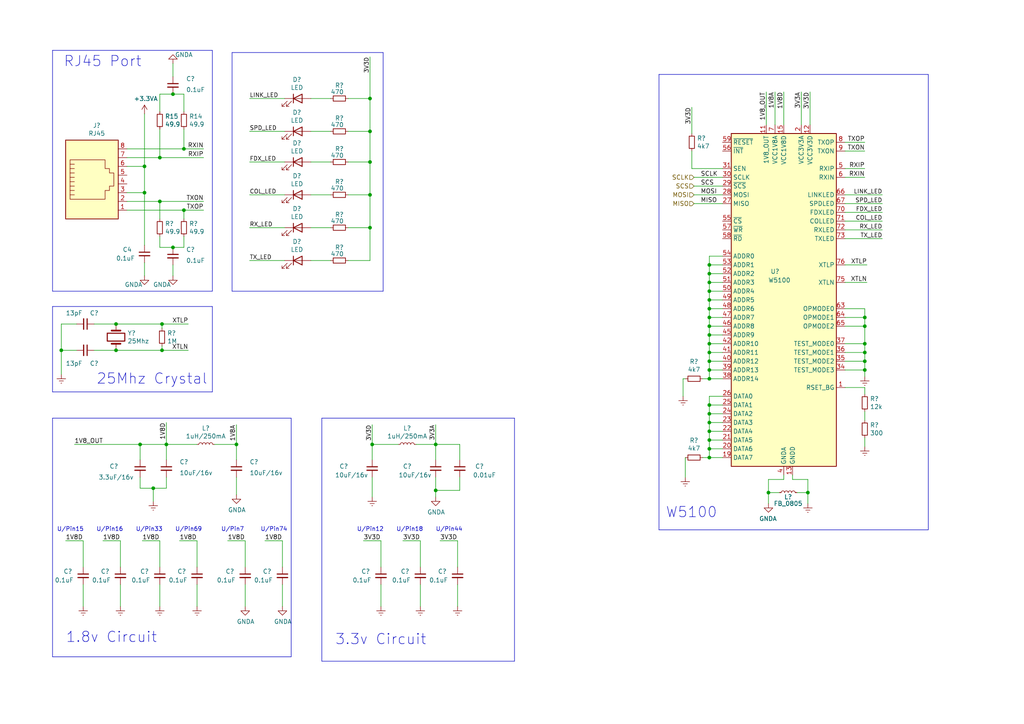
<source format=kicad_sch>
(kicad_sch (version 20230121) (generator eeschema)
  (paper "A4")
  (title_block (title "W5100 Ehternet Controller") (date "2019-04-05") (rev "V 2.1") (comment 1 "@crisap94") (comment 2 "Based on the Schematic provided by Wiznet on the Arduino Ethernet shield."))
  (lib_symbols
    (symbol "Connector:RJ45" (pin_names (offset 1.016))
      (property "Reference" "J" (at -5.08 13.97 0))
      (property "Value" "RJ45" (at 2.54 13.97 0))
      (symbol "RJ45_0_1"
        (polyline (pts (xy -5.08 4.445) (xy -6.35 4.445)))
        (polyline (pts (xy -5.08 5.715) (xy -6.35 5.715)))
        (polyline (pts (xy -6.35 -3.175) (xy -5.08 -3.175) (xy -5.08 -3.175)))
        (polyline (pts (xy -6.35 -1.905) (xy -5.08 -1.905) (xy -5.08 -1.905)))
        (polyline (pts (xy -6.35 -0.635) (xy -5.08 -0.635) (xy -5.08 -0.635)))
        (polyline (pts (xy -6.35 0.635) (xy -5.08 0.635) (xy -5.08 0.635)))
        (polyline (pts (xy -6.35 1.905) (xy -5.08 1.905) (xy -5.08 1.905)))
        (polyline (pts (xy -5.08 3.175) (xy -6.35 3.175) (xy -6.35 3.175)))
        (polyline (pts (xy -6.35 -4.445) (xy -6.35 6.985) (xy 3.81 6.985) (xy 3.81 4.445) (xy 5.08 4.445) (xy 5.08 3.175) (xy 6.35 3.175) (xy 6.35 -0.635) (xy 5.08 -0.635) (xy 5.08 -1.905) (xy 3.81 -1.905) (xy 3.81 -4.445) (xy -6.35 -4.445) (xy -6.35 -4.445)))
        (rectangle (start 7.62 12.7) (end -7.62 -10.16) (stroke (width 0.254)) (fill (type background)))
      )
      (symbol "RJ45_1_1"
        (pin passive line (at 10.16 -7.62 180) (length 2.54) (name "~") (number "1"))
        (pin passive line (at 10.16 -5.08 180) (length 2.54) (name "~") (number "2"))
        (pin passive line (at 10.16 -2.54 180) (length 2.54) (name "~") (number "3"))
        (pin passive line (at 10.16 0 180) (length 2.54) (name "~") (number "4"))
        (pin passive line (at 10.16 2.54 180) (length 2.54) (name "~") (number "5"))
        (pin passive line (at 10.16 5.08 180) (length 2.54) (name "~") (number "6"))
        (pin passive line (at 10.16 7.62 180) (length 2.54) (name "~") (number "7"))
        (pin passive line (at 10.16 10.16 180) (length 2.54) (name "~") (number "8"))
      )
    )
    (symbol "Device:C_Small" (pin_numbers hide) (pin_names (offset 0.254) hide)
      (property "Reference" "C" (at 0.254 1.778 0))
      (property "Value" "C_Small" (at 0.254 -2.032 0))
      (symbol "C_Small_0_1"
        (polyline (pts (xy -1.524 -0.508) (xy 1.524 -0.508)) (stroke (width 0.3302)))
        (polyline (pts (xy -1.524 0.508) (xy 1.524 0.508)) (stroke (width 0.3048)))
      )
      (symbol "C_Small_1_1"
        (pin passive line (at 0 2.54 270) (length 2.032) (name "~") (number "1"))
        (pin passive line (at 0 -2.54 90) (length 2.032) (name "~") (number "2"))
      )
    )
    (symbol "Device:Crystal" (pin_numbers hide) (pin_names (offset 1.016) hide)
      (property "Reference" "Y" (at 0 3.81 0))
      (property "Value" "Crystal" (at 0 -3.81 0))
      (symbol "Crystal_0_1"
        (rectangle (start -1.143 2.54) (end 1.143 -2.54) (stroke (width 0.3048)))
        (polyline (pts (xy -2.54 0) (xy -1.905 0)))
        (polyline (pts (xy -1.905 -1.27) (xy -1.905 1.27)) (stroke (width 0.508)))
        (polyline (pts (xy 1.905 -1.27) (xy 1.905 1.27)) (stroke (width 0.508)))
        (polyline (pts (xy 2.54 0) (xy 1.905 0)))
      )
      (symbol "Crystal_1_1"
        (pin passive line (at -3.81 0 0) (length 1.27) (name "1") (number "1"))
        (pin passive line (at 3.81 0 180) (length 1.27) (name "2") (number "2"))
      )
    )
    (symbol "Device:LED" (pin_numbers hide) (pin_names (offset 1.016) hide)
      (property "Reference" "D" (at 0 2.54 0))
      (property "Value" "LED" (at 0 -2.54 0))
      (symbol "LED_0_1"
        (polyline (pts (xy -1.27 -1.27) (xy -1.27 1.27)) (stroke (width 0.254)))
        (polyline (pts (xy -1.27 0) (xy 1.27 0)))
        (polyline (pts (xy 1.27 -1.27) (xy 1.27 1.27) (xy -1.27 0) (xy 1.27 -1.27)) (stroke (width 0.254)))
        (polyline (pts (xy -3.048 -0.762) (xy -4.572 -2.286) (xy -3.81 -2.286) (xy -4.572 -2.286) (xy -4.572 -1.524)))
        (polyline (pts (xy -1.778 -0.762) (xy -3.302 -2.286) (xy -2.54 -2.286) (xy -3.302 -2.286) (xy -3.302 -1.524)))
      )
      (symbol "LED_1_1"
        (pin passive line (at -3.81 0 0) (length 2.54) (name "K") (number "1"))
        (pin passive line (at 3.81 0 180) (length 2.54) (name "A") (number "2"))
      )
    )
    (symbol "Device:L_Small" (pin_numbers hide) (pin_names (offset 0.254) hide)
      (property "Reference" "L" (at 0.762 1.016 0))
      (property "Value" "L_Small" (at 0.762 -1.016 0))
      (symbol "L_Small_0_1"
        (arc (start 0 -2.032) (mid 0.5058 -1.524) (end 0 -1.016))
        (arc (start 0 -1.016) (mid 0.5058 -0.508) (end 0 0))
        (arc (start 0 0) (mid 0.5058 0.508) (end 0 1.016))
        (arc (start 0 1.016) (mid 0.5058 1.524) (end 0 2.032))
      )
      (symbol "L_Small_1_1"
        (pin passive line (at 0 2.54 270) (length 0.508) (name "~") (number "1"))
        (pin passive line (at 0 -2.54 90) (length 0.508) (name "~") (number "2"))
      )
    )
    (symbol "Device:R_Small" (pin_numbers hide) (pin_names (offset 0.254) hide)
      (property "Reference" "R" (at 0.762 0.508 0))
      (property "Value" "R_Small" (at 0.762 -1.016 0))
      (symbol "R_Small_0_1"
        (rectangle (start -0.762 1.778) (end 0.762 -1.778) (stroke (width 0.2032)))
      )
      (symbol "R_Small_1_1"
        (pin passive line (at 0 2.54 270) (length 0.762) (name "~") (number "1"))
        (pin passive line (at 0 -2.54 90) (length 0.762) (name "~") (number "2"))
      )
    )
    (symbol "Interface_Ethernet:W5100"
      (property "Reference" "U" (at -15.24 49.53 0))
      (property "Value" "W5100" (at 15.24 49.53 0))
      (symbol "W5100_0_1"
        (rectangle (start -15.24 48.26) (end 15.24 -48.26) (stroke (width 0.254)) (fill (type background)))
      )
      (symbol "W5100_1_1"
        (pin output line (at 17.78 -25.4 180) (length 2.54) (name "RSET_BG") (number "1"))
        (pin passive line (at 0 -50.8 90) (length 2.54) hide (name "GNDA") (number "10"))
        (pin power_out line (at -5.08 50.8 270) (length 2.54) (name "1V8_OUT") (number "11"))
        (pin power_in line (at 7.62 50.8 270) (length 2.54) (name "VCC3V3D") (number "12"))
        (pin power_in line (at 2.54 -50.8 90) (length 2.54) (name "GNDD") (number "13"))
        (pin passive line (at 2.54 -50.8 90) (length 2.54) hide (name "GNDD") (number "14"))
        (pin power_in line (at 0 50.8 270) (length 2.54) (name "VCC1V8D") (number "15"))
        (pin passive line (at 0 50.8 270) (length 2.54) hide (name "VCC1V8D") (number "16"))
        (pin passive line (at 2.54 -50.8 90) (length 2.54) hide (name "GNDD") (number "17"))
        (pin passive line (at 7.62 50.8 270) (length 2.54) hide (name "VCC3V3D") (number "18"))
        (pin bidirectional line (at -17.78 -45.72 0) (length 2.54) (name "DATA7") (number "19"))
        (pin power_in line (at 5.08 50.8 270) (length 2.54) (name "VCC3V3A") (number "2"))
        (pin bidirectional line (at -17.78 -43.18 0) (length 2.54) (name "DATA6") (number "20"))
        (pin bidirectional line (at -17.78 -40.64 0) (length 2.54) (name "DATA5") (number "21"))
        (pin bidirectional line (at -17.78 -38.1 0) (length 2.54) (name "DATA4") (number "22"))
        (pin bidirectional line (at -17.78 -35.56 0) (length 2.54) (name "DATA3") (number "23"))
        (pin bidirectional line (at -17.78 -33.02 0) (length 2.54) (name "DATA2") (number "24"))
        (pin bidirectional line (at -17.78 -30.48 0) (length 2.54) (name "DATA1") (number "25"))
        (pin bidirectional line (at -17.78 -27.94 0) (length 2.54) (name "DATA0") (number "26"))
        (pin output line (at -17.78 27.94 0) (length 2.54) (name "MISO") (number "27"))
        (pin input line (at -17.78 30.48 0) (length 2.54) (name "MOSI") (number "28"))
        (pin input line (at -17.78 33.02 0) (length 2.54) (name "~{SCS}") (number "29"))
        (pin no_connect line (at 15.24 -30.48 180) (length 2.54) hide (name "NC") (number "3"))
        (pin input line (at -17.78 35.56 0) (length 2.54) (name "SCLK") (number "30"))
        (pin input line (at -17.78 38.1 0) (length 2.54) (name "SEN") (number "31"))
        (pin passive line (at 2.54 -50.8 90) (length 2.54) hide (name "GNDD") (number "32"))
        (pin passive line (at 0 50.8 270) (length 2.54) hide (name "VCC1V8D") (number "33"))
        (pin input line (at 17.78 -20.32 180) (length 2.54) (name "TEST_MODE3") (number "34"))
        (pin input line (at 17.78 -17.78 180) (length 2.54) (name "TEST_MODE2") (number "35"))
        (pin input line (at 17.78 -15.24 180) (length 2.54) (name "TEST_MODE1") (number "36"))
        (pin input line (at 17.78 -12.7 180) (length 2.54) (name "TEST_MODE0") (number "37"))
        (pin input line (at -17.78 -22.86 0) (length 2.54) (name "ADDR14") (number "38"))
        (pin input line (at -17.78 -20.32 0) (length 2.54) (name "ADDR13") (number "39"))
        (pin power_in line (at 0 -50.8 90) (length 2.54) (name "GNDA") (number "4"))
        (pin input line (at -17.78 -17.78 0) (length 2.54) (name "ADDR12") (number "40"))
        (pin input line (at -17.78 -15.24 0) (length 2.54) (name "ADDR11") (number "41"))
        (pin input line (at -17.78 -12.7 0) (length 2.54) (name "ADDR10") (number "42"))
        (pin passive line (at 2.54 -50.8 90) (length 2.54) hide (name "GNDD") (number "43"))
        (pin passive line (at 7.62 50.8 270) (length 2.54) hide (name "VCC3V3D") (number "44"))
        (pin input line (at -17.78 -10.16 0) (length 2.54) (name "ADDR9") (number "45"))
        (pin input line (at -17.78 -7.62 0) (length 2.54) (name "ADDR8") (number "46"))
        (pin input line (at -17.78 -5.08 0) (length 2.54) (name "ADDR7") (number "47"))
        (pin input line (at -17.78 -2.54 0) (length 2.54) (name "ADDR6") (number "48"))
        (pin input line (at -17.78 0 0) (length 2.54) (name "ADDR5") (number "49"))
        (pin input line (at 17.78 38.1 180) (length 2.54) (name "RXIP") (number "5"))
        (pin input line (at -17.78 2.54 0) (length 2.54) (name "ADDR4") (number "50"))
        (pin input line (at -17.78 5.08 0) (length 2.54) (name "ADDR3") (number "51"))
        (pin input line (at -17.78 7.62 0) (length 2.54) (name "ADDR2") (number "52"))
        (pin input line (at -17.78 10.16 0) (length 2.54) (name "ADDR1") (number "53"))
        (pin input line (at -17.78 12.7 0) (length 2.54) (name "ADDR0") (number "54"))
        (pin input line (at -17.78 22.86 0) (length 2.54) (name "~{CS}") (number "55"))
        (pin output line (at -17.78 43.18 0) (length 2.54) (name "~{INT}") (number "56"))
        (pin input line (at -17.78 20.32 0) (length 2.54) (name "~{WR}") (number "57"))
        (pin input line (at -17.78 17.78 0) (length 2.54) (name "~{RD}") (number "58"))
        (pin input line (at -17.78 45.72 0) (length 2.54) (name "~{RESET}") (number "59"))
        (pin input line (at 17.78 35.56 180) (length 2.54) (name "RXIN") (number "6"))
        (pin no_connect line (at 15.24 -33.02 180) (length 2.54) hide (name "NC") (number "60"))
        (pin no_connect line (at 15.24 -35.56 180) (length 2.54) hide (name "NC") (number "61"))
        (pin no_connect line (at 15.24 -38.1 180) (length 2.54) hide (name "NC") (number "62"))
        (pin input line (at 17.78 -2.54 180) (length 2.54) (name "OPMODE0") (number "63"))
        (pin input line (at 17.78 -5.08 180) (length 2.54) (name "OPMODE1") (number "64"))
        (pin input line (at 17.78 -7.62 180) (length 2.54) (name "OPMODE2") (number "65"))
        (pin output line (at 17.78 30.48 180) (length 2.54) (name "LINKLED") (number "66"))
        (pin output line (at 17.78 27.94 180) (length 2.54) (name "SPDLED") (number "67"))
        (pin passive line (at 2.54 -50.8 90) (length 2.54) hide (name "GNDD") (number "68"))
        (pin passive line (at 0 50.8 270) (length 2.54) hide (name "VCC1V8D") (number "69"))
        (pin power_in line (at -2.54 50.8 270) (length 2.54) (name "VCC1V8A") (number "7"))
        (pin output line (at 17.78 25.4 180) (length 2.54) (name "FDXLED") (number "70"))
        (pin output line (at 17.78 22.86 180) (length 2.54) (name "COLLED") (number "71"))
        (pin output line (at 17.78 20.32 180) (length 2.54) (name "RXLED") (number "72"))
        (pin output line (at 17.78 17.78 180) (length 2.54) (name "TXLED") (number "73"))
        (pin passive line (at -2.54 50.8 270) (length 2.54) hide (name "VCC1V8A") (number "74"))
        (pin input line (at 17.78 5.08 180) (length 2.54) (name "XTLN") (number "75"))
        (pin output line (at 17.78 10.16 180) (length 2.54) (name "XTLP") (number "76"))
        (pin passive line (at 0 -50.8 90) (length 2.54) hide (name "GNDA") (number "77"))
        (pin no_connect line (at 15.24 -40.64 180) (length 2.54) hide (name "NC") (number "78"))
        (pin no_connect line (at 15.24 -43.18 180) (length 2.54) hide (name "NC") (number "79"))
        (pin output line (at 17.78 45.72 180) (length 2.54) (name "TXOP") (number "8"))
        (pin no_connect line (at 15.24 -45.72 180) (length 2.54) hide (name "NC") (number "80"))
        (pin output line (at 17.78 43.18 180) (length 2.54) (name "TXON") (number "9"))
      )
    )
    (symbol "power:+3.3VA" (power) (pin_names (offset 0))
      (property "Value" "+3.3VA" (at 0 3.556 0))
      (symbol "+3.3VA_0_1"
        (polyline (pts (xy -0.762 1.27) (xy 0 2.54)))
        (polyline (pts (xy 0 0) (xy 0 2.54)))
        (polyline (pts (xy 0 2.54) (xy 0.762 1.27)))
      )
      (symbol "+3.3VA_1_1"
        (pin power_in line (at 0 0 90) (length 0) hide (name "+3.3VA") (number "1"))
      )
    )
    (symbol "power:Earth" (power) (pin_names (offset 0))
      (symbol "Earth_0_1"
        (polyline (pts (xy -0.635 -1.905) (xy 0.635 -1.905)))
        (polyline (pts (xy -0.127 -2.54) (xy 0.127 -2.54)))
        (polyline (pts (xy 0 -1.27) (xy 0 0)))
        (polyline (pts (xy 1.27 -1.27) (xy -1.27 -1.27)))
      )
      (symbol "Earth_1_1"
        (pin power_in line (at 0 0 270) (length 0) hide (name "Earth") (number "1"))
      )
    )
    (symbol "power:GNDA" (power) (pin_names (offset 0))
      (property "Value" "GNDA" (at 0 -3.81 0))
      (symbol "GNDA_0_1"
        (polyline (pts (xy 0 0) (xy 0 -1.27) (xy 1.27 -1.27) (xy 0 -2.54) (xy -1.27 -1.27) (xy 0 -1.27)))
      )
      (symbol "GNDA_1_1"
        (pin power_in line (at 0 0 270) (length 0) hide (name "GNDA") (number "1"))
      )
    )
  )
  (junction (at 17.78 101.6))
  (junction (at 41.91 48.26))
  (junction (at 250.825 102.235))
  (junction (at 250.825 99.695))
  (junction (at 33.655 93.98))
  (junction (at 205.74 102.235))
  (junction (at 205.74 122.555))
  (junction (at 205.74 76.835))
  (junction (at 205.74 120.015))
  (junction (at 205.74 107.315))
  (junction (at 46.99 101.6))
  (junction (at 41.91 55.88))
  (junction (at 50.165 27.305))
  (junction (at 205.74 109.855))
  (junction (at 205.74 84.455))
  (junction (at 205.74 97.155))
  (junction (at 205.74 125.095))
  (junction (at 46.355 45.72))
  (junction (at 126.365 128.905))
  (junction (at 48.26 128.905))
  (junction (at 250.825 107.315))
  (junction (at 222.885 142.875))
  (junction (at 205.74 99.695))
  (junction (at 46.355 58.42))
  (junction (at 50.165 71.755))
  (junction (at 107.315 28.575))
  (junction (at 205.74 79.375))
  (junction (at 205.74 86.995))
  (junction (at 205.74 117.475))
  (junction (at 205.74 127.635))
  (junction (at 68.58 128.905))
  (junction (at 205.74 92.075))
  (junction (at 126.365 142.24))
  (junction (at 53.34 60.96))
  (junction (at 205.74 104.775))
  (junction (at 107.95 128.905))
  (junction (at 234.315 142.875))
  (junction (at 250.825 104.775))
  (junction (at 205.74 81.915))
  (junction (at 205.74 89.535))
  (junction (at 40.64 128.905))
  (junction (at 107.315 56.515))
  (junction (at 107.315 66.04))
  (junction (at 44.45 141.605))
  (junction (at 46.99 93.98))
  (junction (at 107.315 46.99))
  (junction (at 53.34 43.18))
  (junction (at 250.825 94.615))
  (junction (at 107.315 38.1))
  (junction (at 205.74 94.615))
  (junction (at 205.74 130.175))
  (junction (at 205.74 132.715))
  (junction (at 33.655 101.6))
  (junction (at 250.825 92.075))
  (wire (pts (xy 250.825 112.395) (xy 250.825 114.3)))
  (wire (pts (xy 250.825 92.075) (xy 250.825 94.615)))
  (wire (pts (xy 36.83 60.96) (xy 53.34 60.96)))
  (wire (pts (xy 205.74 132.715) (xy 203.835 132.715)))
  (wire (pts (xy 95.885 66.04) (xy 90.17 66.04)))
  (wire (pts (xy 205.74 99.695) (xy 205.74 102.235)))
  (wire (pts (xy 250.825 94.615) (xy 250.825 99.695)))
  (wire (pts (xy 100.965 38.1) (xy 107.315 38.1)))
  (wire (pts (xy 205.74 102.235) (xy 205.74 104.775)))
  (wire (pts (xy 250.825 99.695) (xy 250.825 102.235)))
  (wire (pts (xy 82.55 38.1) (xy 72.39 38.1)))
  (wire (pts (xy 205.74 81.915) (xy 205.74 84.455)))
  (polyline (pts (xy 15.24 84.455) (xy 15.24 14.605)))
  (wire (pts (xy 209.55 59.055) (xy 201.295 59.055)))
  (wire (pts (xy 40.64 141.605) (xy 44.45 141.605)))
  (wire (pts (xy 48.26 141.605) (xy 48.26 138.43)))
  (wire (pts (xy 82.55 66.04) (xy 72.39 66.04)))
  (wire (pts (xy 95.885 38.1) (xy 90.17 38.1)))
  (wire (pts (xy 209.55 79.375) (xy 205.74 79.375)))
  (wire (pts (xy 200.66 43.815) (xy 200.66 48.895)))
  (wire (pts (xy 222.25 26.67) (xy 222.25 36.195)))
  (wire (pts (xy 53.34 27.305) (xy 53.34 32.385)))
  (wire (pts (xy 46.99 93.98) (xy 54.61 93.98)))
  (wire (pts (xy 209.55 117.475) (xy 205.74 117.475)))
  (wire (pts (xy 132.715 164.465) (xy 132.715 156.845)))
  (polyline (pts (xy 111.125 84.455) (xy 111.125 15.24)))
  (wire (pts (xy 19.05 156.845) (xy 24.13 156.845)))
  (wire (pts (xy 100.965 46.99) (xy 107.315 46.99)))
  (wire (pts (xy 46.355 58.42) (xy 59.055 58.42)))
  (polyline (pts (xy 15.24 190.5) (xy 15.24 121.285)))
  (wire (pts (xy 24.13 164.465) (xy 24.13 156.845)))
  (wire (pts (xy 126.365 128.905) (xy 126.365 133.35)))
  (wire (pts (xy 36.83 58.42) (xy 46.355 58.42)))
  (polyline (pts (xy 149.225 121.285) (xy 93.345 121.285)))
  (wire (pts (xy 71.12 164.465) (xy 71.12 156.845)))
  (wire (pts (xy 245.11 61.595) (xy 255.905 61.595)))
  (wire (pts (xy 121.92 164.465) (xy 121.92 156.845)))
  (wire (pts (xy 250.825 112.395) (xy 245.11 112.395)))
  (wire (pts (xy 205.74 109.855) (xy 203.835 109.855)))
  (wire (pts (xy 57.15 169.545) (xy 57.15 175.895)))
  (wire (pts (xy 50.165 71.755) (xy 46.355 71.755)))
  (wire (pts (xy 209.55 74.295) (xy 205.74 74.295)))
  (wire (pts (xy 41.91 76.2) (xy 41.91 80.01)))
  (wire (pts (xy 44.45 141.605) (xy 48.26 141.605)))
  (polyline (pts (xy 191.135 153.67) (xy 191.135 21.59)))
  (wire (pts (xy 126.365 142.24) (xy 126.365 144.145)))
  (wire (pts (xy 227.33 139.065) (xy 222.885 139.065)))
  (wire (pts (xy 48.26 128.905) (xy 57.15 128.905)))
  (wire (pts (xy 105.41 156.845) (xy 110.49 156.845)))
  (wire (pts (xy 36.83 43.18) (xy 53.34 43.18)))
  (wire (pts (xy 40.64 133.35) (xy 40.64 128.905)))
  (wire (pts (xy 22.225 93.98) (xy 17.78 93.98)))
  (wire (pts (xy 245.11 51.435) (xy 250.825 51.435)))
  (wire (pts (xy 107.315 66.04) (xy 107.315 75.565)))
  (wire (pts (xy 133.35 138.43) (xy 133.35 142.24)))
  (wire (pts (xy 209.55 120.015) (xy 205.74 120.015)))
  (wire (pts (xy 245.11 64.135) (xy 255.905 64.135)))
  (wire (pts (xy 205.74 117.475) (xy 205.74 120.015)))
  (wire (pts (xy 107.95 133.35) (xy 107.95 128.905)))
  (wire (pts (xy 29.845 156.845) (xy 34.925 156.845)))
  (polyline (pts (xy 15.24 121.285) (xy 84.455 121.285)))
  (wire (pts (xy 250.825 127) (xy 250.825 129.54)))
  (wire (pts (xy 46.99 100.33) (xy 46.99 101.6)))
  (wire (pts (xy 133.35 133.35) (xy 133.35 128.905)))
  (wire (pts (xy 17.78 93.98) (xy 17.78 101.6)))
  (wire (pts (xy 90.17 28.575) (xy 95.885 28.575)))
  (wire (pts (xy 50.165 76.835) (xy 50.165 80.01)))
  (wire (pts (xy 133.35 128.905) (xy 126.365 128.905)))
  (polyline (pts (xy 67.31 84.455) (xy 111.125 84.455)))
  (wire (pts (xy 209.55 94.615) (xy 205.74 94.615)))
  (wire (pts (xy 209.55 99.695) (xy 205.74 99.695)))
  (wire (pts (xy 222.885 146.05) (xy 222.885 142.875)))
  (wire (pts (xy 205.74 97.155) (xy 205.74 99.695)))
  (wire (pts (xy 107.315 46.99) (xy 107.315 56.515)))
  (wire (pts (xy 209.55 114.935) (xy 205.74 114.935)))
  (wire (pts (xy 205.74 104.775) (xy 205.74 107.315)))
  (wire (pts (xy 90.17 46.99) (xy 95.885 46.99)))
  (wire (pts (xy 209.55 92.075) (xy 205.74 92.075)))
  (wire (pts (xy 205.74 92.075) (xy 205.74 94.615)))
  (wire (pts (xy 132.715 169.545) (xy 132.715 175.895)))
  (wire (pts (xy 209.55 122.555) (xy 205.74 122.555)))
  (wire (pts (xy 34.925 164.465) (xy 34.925 156.845)))
  (wire (pts (xy 46.355 32.385) (xy 46.355 27.305)))
  (polyline (pts (xy 269.24 153.67) (xy 191.135 153.67)))
  (wire (pts (xy 40.64 138.43) (xy 40.64 141.605)))
  (wire (pts (xy 205.74 94.615) (xy 205.74 97.155)))
  (wire (pts (xy 46.355 45.72) (xy 46.355 37.465)))
  (wire (pts (xy 250.825 107.315) (xy 250.825 109.22)))
  (wire (pts (xy 205.74 74.295) (xy 205.74 76.835)))
  (wire (pts (xy 53.34 43.18) (xy 53.34 37.465)))
  (wire (pts (xy 116.84 156.845) (xy 121.92 156.845)))
  (wire (pts (xy 71.12 169.545) (xy 71.12 175.895)))
  (wire (pts (xy 245.11 56.515) (xy 255.905 56.515)))
  (wire (pts (xy 205.74 109.855) (xy 209.55 109.855)))
  (wire (pts (xy 209.55 84.455) (xy 205.74 84.455)))
  (wire (pts (xy 57.15 164.465) (xy 57.15 156.845)))
  (wire (pts (xy 24.13 169.545) (xy 24.13 175.895)))
  (wire (pts (xy 41.91 33.02) (xy 41.91 48.26)))
  (polyline (pts (xy 61.595 84.455) (xy 15.24 84.455)))
  (wire (pts (xy 205.74 120.015) (xy 205.74 122.555)))
  (wire (pts (xy 66.04 156.845) (xy 71.12 156.845)))
  (wire (pts (xy 41.91 55.88) (xy 41.91 71.12)))
  (wire (pts (xy 209.55 127.635) (xy 205.74 127.635)))
  (wire (pts (xy 34.925 169.545) (xy 34.925 175.895)))
  (wire (pts (xy 200.66 38.735) (xy 200.66 31.115)))
  (polyline (pts (xy 111.125 15.24) (xy 67.31 15.24)))
  (wire (pts (xy 107.315 28.575) (xy 107.315 16.51)))
  (wire (pts (xy 245.11 59.055) (xy 255.905 59.055)))
  (wire (pts (xy 232.41 36.195) (xy 232.41 26.67)))
  (wire (pts (xy 234.95 36.195) (xy 234.95 26.67)))
  (wire (pts (xy 110.49 164.465) (xy 110.49 156.845)))
  (wire (pts (xy 53.34 43.18) (xy 59.055 43.18)))
  (wire (pts (xy 41.275 156.845) (xy 46.355 156.845)))
  (polyline (pts (xy 15.24 14.605) (xy 61.595 14.605)))
  (wire (pts (xy 209.55 130.175) (xy 205.74 130.175)))
  (wire (pts (xy 107.315 75.565) (xy 100.965 75.565)))
  (wire (pts (xy 81.915 169.545) (xy 81.915 175.895)))
  (wire (pts (xy 229.87 139.065) (xy 234.315 139.065)))
  (wire (pts (xy 82.55 75.565) (xy 72.39 75.565)))
  (wire (pts (xy 27.305 93.98) (xy 33.655 93.98)))
  (wire (pts (xy 46.99 93.98) (xy 33.655 93.98)))
  (wire (pts (xy 205.74 130.175) (xy 205.74 132.715)))
  (polyline (pts (xy 269.24 21.59) (xy 269.24 153.67)))
  (wire (pts (xy 95.885 56.515) (xy 90.17 56.515)))
  (wire (pts (xy 21.59 128.905) (xy 40.64 128.905)))
  (wire (pts (xy 205.74 76.835) (xy 205.74 79.375)))
  (wire (pts (xy 41.91 48.26) (xy 41.91 55.88)))
  (wire (pts (xy 100.965 66.04) (xy 107.315 66.04)))
  (wire (pts (xy 227.33 137.795) (xy 227.33 139.065)))
  (wire (pts (xy 82.55 56.515) (xy 72.39 56.515)))
  (wire (pts (xy 82.55 28.575) (xy 72.39 28.575)))
  (wire (pts (xy 224.79 36.195) (xy 224.79 26.67)))
  (wire (pts (xy 68.58 138.43) (xy 68.58 143.51)))
  (wire (pts (xy 76.835 156.845) (xy 81.915 156.845)))
  (wire (pts (xy 250.825 89.535) (xy 250.825 92.075)))
  (wire (pts (xy 200.66 48.895) (xy 209.55 48.895)))
  (wire (pts (xy 250.825 102.235) (xy 250.825 104.775)))
  (wire (pts (xy 205.74 79.375) (xy 205.74 81.915)))
  (wire (pts (xy 245.11 69.215) (xy 255.905 69.215)))
  (wire (pts (xy 127.635 156.845) (xy 132.715 156.845)))
  (wire (pts (xy 46.355 71.755) (xy 46.355 68.58)))
  (wire (pts (xy 234.315 139.065) (xy 234.315 142.875)))
  (wire (pts (xy 81.915 164.465) (xy 81.915 156.845)))
  (wire (pts (xy 198.12 114.935) (xy 198.12 109.855)))
  (wire (pts (xy 53.34 60.96) (xy 53.34 63.5)))
  (wire (pts (xy 107.315 56.515) (xy 107.315 66.04)))
  (wire (pts (xy 36.83 48.26) (xy 41.91 48.26)))
  (wire (pts (xy 36.83 45.72) (xy 46.355 45.72)))
  (wire (pts (xy 107.315 38.1) (xy 107.315 46.99)))
  (wire (pts (xy 205.74 89.535) (xy 205.74 92.075)))
  (wire (pts (xy 17.78 101.6) (xy 17.78 108.585)))
  (wire (pts (xy 209.55 97.155) (xy 205.74 97.155)))
  (wire (pts (xy 245.11 81.915) (xy 251.46 81.915)))
  (wire (pts (xy 121.92 169.545) (xy 121.92 175.895)))
  (wire (pts (xy 209.55 76.835) (xy 205.74 76.835)))
  (wire (pts (xy 205.74 114.935) (xy 205.74 117.475)))
  (wire (pts (xy 245.11 99.695) (xy 250.825 99.695)))
  (wire (pts (xy 227.33 36.195) (xy 227.33 26.67)))
  (wire (pts (xy 209.55 53.975) (xy 201.295 53.975)))
  (wire (pts (xy 245.11 104.775) (xy 250.825 104.775)))
  (wire (pts (xy 205.74 122.555) (xy 205.74 125.095)))
  (wire (pts (xy 53.34 60.96) (xy 59.055 60.96)))
  (wire (pts (xy 46.355 45.72) (xy 59.055 45.72)))
  (wire (pts (xy 234.315 142.875) (xy 231.14 142.875)))
  (wire (pts (xy 36.83 55.88) (xy 41.91 55.88)))
  (polyline (pts (xy 149.225 191.77) (xy 149.225 121.285)))
  (wire (pts (xy 107.95 128.905) (xy 115.57 128.905)))
  (wire (pts (xy 209.55 125.095) (xy 205.74 125.095)))
  (wire (pts (xy 120.65 128.905) (xy 126.365 128.905)))
  (polyline (pts (xy 61.595 88.9) (xy 61.595 113.665)))
  (wire (pts (xy 46.355 58.42) (xy 46.355 63.5)))
  (wire (pts (xy 250.825 104.775) (xy 250.825 107.315)))
  (wire (pts (xy 245.11 94.615) (xy 250.825 94.615)))
  (wire (pts (xy 245.11 89.535) (xy 250.825 89.535)))
  (polyline (pts (xy 84.455 121.285) (xy 84.455 190.5)))
  (wire (pts (xy 90.17 75.565) (xy 95.885 75.565)))
  (polyline (pts (xy 15.24 88.9) (xy 61.595 88.9)))
  (wire (pts (xy 209.55 89.535) (xy 205.74 89.535)))
  (wire (pts (xy 53.34 71.755) (xy 53.34 68.58)))
  (wire (pts (xy 46.355 164.465) (xy 46.355 156.845)))
  (polyline (pts (xy 93.345 191.77) (xy 149.225 191.77)))
  (polyline (pts (xy 84.455 190.5) (xy 15.24 190.5)))
  (wire (pts (xy 107.315 28.575) (xy 107.315 38.1)))
  (wire (pts (xy 205.74 84.455) (xy 205.74 86.995)))
  (polyline (pts (xy 191.135 21.59) (xy 269.24 21.59)))
  (wire (pts (xy 62.23 128.905) (xy 68.58 128.905)))
  (polyline (pts (xy 15.24 113.665) (xy 15.24 88.9)))
  (wire (pts (xy 68.58 128.905) (xy 68.58 133.35)))
  (wire (pts (xy 82.55 46.99) (xy 72.39 46.99)))
  (wire (pts (xy 209.55 81.915) (xy 205.74 81.915)))
  (wire (pts (xy 209.55 107.315) (xy 205.74 107.315)))
  (wire (pts (xy 107.95 138.43) (xy 107.95 144.145)))
  (wire (pts (xy 46.99 95.25) (xy 46.99 93.98)))
  (wire (pts (xy 126.365 138.43) (xy 126.365 142.24)))
  (wire (pts (xy 229.87 137.795) (xy 229.87 139.065)))
  (wire (pts (xy 209.55 51.435) (xy 201.295 51.435)))
  (wire (pts (xy 198.755 132.715) (xy 198.755 138.43)))
  (wire (pts (xy 205.74 86.995) (xy 205.74 89.535)))
  (wire (pts (xy 52.07 156.845) (xy 57.15 156.845)))
  (wire (pts (xy 50.165 22.225) (xy 50.165 18.415)))
  (wire (pts (xy 245.11 92.075) (xy 250.825 92.075)))
  (wire (pts (xy 46.99 101.6) (xy 33.655 101.6)))
  (wire (pts (xy 110.49 169.545) (xy 110.49 175.895)))
  (wire (pts (xy 33.655 101.6) (xy 27.305 101.6)))
  (wire (pts (xy 44.45 145.415) (xy 44.45 141.605)))
  (wire (pts (xy 48.26 128.905) (xy 48.26 122.555)))
  (wire (pts (xy 198.12 109.855) (xy 198.755 109.855)))
  (polyline (pts (xy 61.595 14.605) (xy 61.595 84.455)))
  (wire (pts (xy 48.26 128.905) (xy 48.26 133.35)))
  (wire (pts (xy 222.885 139.065) (xy 222.885 142.875)))
  (wire (pts (xy 22.225 101.6) (xy 17.78 101.6)))
  (wire (pts (xy 209.55 104.775) (xy 205.74 104.775)))
  (wire (pts (xy 50.165 71.755) (xy 53.34 71.755)))
  (wire (pts (xy 245.11 66.675) (xy 255.905 66.675)))
  (polyline (pts (xy 67.31 15.24) (xy 67.31 84.455)))
  (wire (pts (xy 245.11 76.835) (xy 251.46 76.835)))
  (wire (pts (xy 250.825 119.38) (xy 250.825 121.92)))
  (wire (pts (xy 245.11 43.815) (xy 250.825 43.815)))
  (wire (pts (xy 46.99 101.6) (xy 54.61 101.6)))
  (wire (pts (xy 234.315 146.05) (xy 234.315 142.875)))
  (wire (pts (xy 68.58 123.19) (xy 68.58 128.905)))
  (wire (pts (xy 222.885 142.875) (xy 226.06 142.875)))
  (wire (pts (xy 205.74 127.635) (xy 205.74 130.175)))
  (wire (pts (xy 46.355 27.305) (xy 50.165 27.305)))
  (polyline (pts (xy 61.595 113.665) (xy 15.24 113.665)))
  (polyline (pts (xy 93.345 121.285) (xy 93.345 191.77)))
  (wire (pts (xy 126.365 128.905) (xy 126.365 123.19)))
  (wire (pts (xy 245.11 41.275) (xy 250.825 41.275)))
  (wire (pts (xy 40.64 128.905) (xy 48.26 128.905)))
  (wire (pts (xy 209.55 86.995) (xy 205.74 86.995)))
  (wire (pts (xy 245.11 107.315) (xy 250.825 107.315)))
  (wire (pts (xy 205.74 125.095) (xy 205.74 127.635)))
  (wire (pts (xy 46.355 169.545) (xy 46.355 175.895)))
  (wire (pts (xy 100.965 56.515) (xy 107.315 56.515)))
  (wire (pts (xy 205.74 132.715) (xy 209.55 132.715)))
  (wire (pts (xy 100.965 28.575) (xy 107.315 28.575)))
  (wire (pts (xy 245.11 48.895) (xy 250.825 48.895)))
  (wire (pts (xy 209.55 56.515) (xy 201.295 56.515)))
  (wire (pts (xy 107.95 128.905) (xy 107.95 123.19)))
  (wire (pts (xy 245.11 102.235) (xy 250.825 102.235)))
  (wire (pts (xy 209.55 102.235) (xy 205.74 102.235)))
  (wire (pts (xy 205.74 107.315) (xy 205.74 109.855)))
  (wire (pts (xy 133.35 142.24) (xy 126.365 142.24)))
  (wire (pts (xy 50.165 27.305) (xy 53.34 27.305)))
  (text "RJ45 Port\n" (at 18.415 19.685 0) (effects (font (size 2.9972 2.9972)) (justify left bottom)))
  (text "U/Pin18" (at 114.935 154.305 0) (effects (font (size 1.1938 1.1938)) (justify left bottom)))
  (text "U/Pin74" (at 75.565 154.305 0) (effects (font (size 1.1938 1.1938)) (justify left bottom)))
  (text "1.8v Circuit" (at 19.05 186.69 0) (effects (font (size 2.9972 2.9972)) (justify left bottom)))
  (text "3.3v Circuit" (at 97.155 187.325 0) (effects (font (size 2.9972 2.9972)) (justify left bottom)))
  (text "U/Pin44\n" (at 126.365 154.305 0) (effects (font (size 1.1938 1.1938)) (justify left bottom)))
  (text "U/Pin69" (at 50.8 154.305 0) (effects (font (size 1.1938 1.1938)) (justify left bottom)))
  (text "W5100" (at 193.04 150.495 0) (effects (font (size 2.9972 2.9972)) (justify left bottom)))
  (text "U/Pin7" (at 64.135 154.305 0) (effects (font (size 1.1938 1.1938)) (justify left bottom)))
  (text "U/Pin16" (at 27.94 154.305 0) (effects (font (size 1.1938 1.1938)) (justify left bottom)))
  (text "U/Pin33" (at 39.37 154.305 0) (effects (font (size 1.1938 1.1938)) (justify left bottom)))
  (text "25Mhz Crystal\n" (at 27.94 111.76 0) (effects (font (size 2.9972 2.9972)) (justify left bottom)))
  (text "U/Pin15" (at 16.51 154.305 0) (effects (font (size 1.1938 1.1938)) (justify left bottom)))
  (text "U/Pin12\n" (at 103.505 154.305 0) (effects (font (size 1.1938 1.1938)) (justify left bottom)))
  (label "TXON" (at 250.825 43.815 180))
  (label "3V3D" (at 200.66 31.115 270))
  (label "3V3D" (at 234.95 26.67 270))
  (label "LINK_LED" (at 72.39 28.575 0) (effects (font (size 1.1938 1.1938))))
  (label "1V8_OUT" (at 21.59 128.905 0))
  (label "1V8D" (at 29.845 156.845 0))
  (label "SPD_LED" (at 255.905 59.055 180) (effects (font (size 1.1938 1.1938))))
  (label "1V8D" (at 76.835 156.845 0))
  (label "TXOP" (at 59.055 60.96 180))
  (label "MISO" (at 203.2 59.055 0))
  (label "RX_LED" (at 255.905 66.675 180) (effects (font (size 1.1938 1.1938))))
  (label "TXON" (at 59.055 58.42 180))
  (label "TXOP" (at 250.825 41.275 180))
  (label "FDX_LED" (at 72.39 46.99 0) (effects (font (size 1.1938 1.1938))))
  (label "1V8D" (at 41.275 156.845 0))
  (label "3V3D" (at 107.95 123.19 270) (effects (font (size 1.1938 1.1938))))
  (label "RXIP" (at 250.825 48.895 180))
  (label "1V8A" (at 224.79 26.67 270))
  (label "1V8D" (at 227.33 26.67 270))
  (label "RXIN" (at 59.055 43.18 180))
  (label "FDX_LED" (at 255.905 61.595 180) (effects (font (size 1.1938 1.1938))))
  (label "SCLK" (at 203.2 51.435 0))
  (label "RX_LED" (at 72.39 66.04 0) (effects (font (size 1.1938 1.1938))))
  (label "XTLP" (at 251.46 76.835 180))
  (label "RXIN" (at 250.825 51.435 180))
  (label "3V3D" (at 105.41 156.845 0))
  (label "1V8D" (at 66.04 156.845 0))
  (label "MOSI" (at 203.2 56.515 0))
  (label "LINK_LED" (at 255.905 56.515 180) (effects (font (size 1.1938 1.1938))))
  (label "RXIP" (at 59.055 45.72 180))
  (label "SPD_LED" (at 72.39 38.1 0) (effects (font (size 1.1938 1.1938))))
  (label "SCS" (at 203.2 53.975 0))
  (label "3V3D" (at 116.84 156.845 0))
  (label "TX_LED" (at 72.39 75.565 0) (effects (font (size 1.1938 1.1938))))
  (label "XTLN" (at 54.61 101.6 180))
  (label "3V3D" (at 107.315 16.51 270) (effects (font (size 1.1938 1.1938))))
  (label "XTLP" (at 54.61 93.98 180))
  (label "TX_LED" (at 255.905 69.215 180) (effects (font (size 1.1938 1.1938))))
  (label "1V8_OUT" (at 222.25 26.67 270))
  (label "1V8A" (at 68.58 123.19 270))
  (label "1V8D" (at 52.07 156.845 0))
  (label "XTLN" (at 251.46 81.915 180))
  (label "3V3D" (at 127.635 156.845 0))
  (label "COL_LED" (at 255.905 64.135 180) (effects (font (size 1.1938 1.1938))))
  (label "3V3A" (at 126.365 123.19 270) (effects (font (size 1.1938 1.1938))))
  (label "3V3A" (at 232.41 26.67 270))
  (label "1V8D" (at 19.05 156.845 0))
  (label "COL_LED" (at 72.39 56.515 0) (effects (font (size 1.1938 1.1938))))
  (label "1V8D" (at 48.26 122.555 270))
  (hierarchical_label "MISO" (shape input) (at 201.295 59.055 180))
  (hierarchical_label "SCLK" (shape input) (at 201.295 51.435 180))
  (hierarchical_label "SCS" (shape input) (at 201.295 53.975 180))
  (hierarchical_label "MOSI" (shape input) (at 201.295 56.515 180))
  (symbol (lib_id "Interface_Ethernet:W5100") (at 227.33 86.995 0) (unit 1)
    (property "Reference" "U?" (at 224.79 78.74 0))
    (property "Value" "W5100" (at 226.06 81.28 0))
    (property "Footprint" "Package_QFP:LQFP-80_10x10mm_P0.4mm" (effects hide))
    (property "Datasheet" "http://www.wiznet.io/wp-content/uploads/wiznethome/Chip/W5100/Document/W5100_Datasheet_v1.2.7.pdf" (effects hide))
  )
  (symbol (lib_id "power:Earth") (at 198.755 138.43 0) (unit 1)
    (property "Reference" "#PWR?" (effects hide))
    (property "Value" "Earth" (effects hide))
  )
  (symbol (lib_id "Connector:RJ45") (at 26.67 53.34 0) (unit 1)
    (property "Reference" "J?" (at 28.067 36.3982 0))
    (property "Value" "RJ45" (at 28.067 38.7096 0))
  )
  (symbol (lib_id "Device:C_Small") (at 24.13 167.005 0) (unit 1)
    (property "Reference" "C?" (at 18.415 165.735 0) (effects (justify left)))
    (property "Value" "0.1uF" (at 15.875 168.275 0) (effects (justify left)))
  )
  (symbol (lib_id "Device:C_Small") (at 41.91 73.66 0) (unit 1)
    (property "Reference" "C4" (at 35.56 72.39 0) (effects (justify left)))
    (property "Value" "0.1uF" (at 33.655 74.93 0) (effects (justify left)))
  )
  (symbol (lib_id "power:+3.3VA") (at 41.91 33.02 0) (unit 1)
    (property "Reference" "#PWR?" (effects hide))
    (property "Value" "+3.3VA" (at 42.291 28.6258 0))
  )
  (symbol (lib_id "power:Earth") (at 24.13 175.895 0) (unit 1)
    (property "Reference" "#PWR?" (effects hide))
    (property "Value" "Earth" (effects hide))
  )
  (symbol (lib_id "Device:C_Small") (at 34.925 167.005 0) (unit 1)
    (property "Reference" "C?" (at 29.21 165.735 0) (effects (justify left)))
    (property "Value" "0.1uF" (at 26.67 168.275 0) (effects (justify left)))
  )
  (symbol (lib_id "power:Earth") (at 34.925 175.895 0) (unit 1)
    (property "Reference" "#PWR?" (effects hide))
    (property "Value" "Earth" (effects hide))
  )
  (symbol (lib_id "Device:R_Small") (at 46.355 34.925 0) (unit 1)
    (property "Reference" "R15" (at 47.8536 33.7566 0) (effects (justify left)))
    (property "Value" "49.9" (at 47.8536 36.068 0) (effects (justify left)))
  )
  (symbol (lib_id "Device:R_Small") (at 53.34 34.925 0) (unit 1)
    (property "Reference" "R14" (at 54.8386 33.7566 0) (effects (justify left)))
    (property "Value" "49.9" (at 54.8386 36.068 0) (effects (justify left)))
  )
  (symbol (lib_id "Device:R_Small") (at 46.355 66.04 0) (unit 1)
    (property "Reference" "R?" (at 47.8536 64.8716 0) (effects (justify left)))
    (property "Value" "49.9" (at 47.8536 67.183 0) (effects (justify left)))
  )
  (symbol (lib_id "Device:R_Small") (at 53.34 66.04 0) (unit 1)
    (property "Reference" "R?" (at 54.8386 64.8716 0) (effects (justify left)))
    (property "Value" "49.9" (at 54.8386 67.183 0) (effects (justify left)))
  )
  (symbol (lib_id "Device:C_Small") (at 46.355 167.005 0) (unit 1)
    (property "Reference" "C?" (at 40.64 165.735 0) (effects (justify left)))
    (property "Value" "0.1uF" (at 38.1 168.275 0) (effects (justify left)))
  )
  (symbol (lib_id "power:Earth") (at 46.355 175.895 0) (unit 1)
    (property "Reference" "#PWR?" (effects hide))
    (property "Value" "Earth" (effects hide))
  )
  (symbol (lib_id "Device:C_Small") (at 57.15 167.005 0) (unit 1)
    (property "Reference" "C?" (at 51.435 165.735 0) (effects (justify left)))
    (property "Value" "0.1uF" (at 48.895 168.275 0) (effects (justify left)))
  )
  (symbol (lib_id "power:Earth") (at 57.15 175.895 0) (unit 1)
    (property "Reference" "#PWR?" (effects hide))
    (property "Value" "Earth" (effects hide))
  )
  (symbol (lib_id "Device:C_Small") (at 50.165 74.295 0) (unit 1)
    (property "Reference" "C?" (at 53.975 72.39 0) (effects (justify left)))
    (property "Value" "0.1uF" (at 53.975 75.565 0) (effects (justify left)))
  )
  (symbol (lib_id "Device:C_Small") (at 50.165 24.765 0) (unit 1)
    (property "Reference" "C?" (at 53.975 22.86 0) (effects (justify left)))
    (property "Value" "0.1uF" (at 53.975 26.035 0) (effects (justify left)))
  )
  (symbol (lib_id "Device:Crystal") (at 33.655 97.79 270) (unit 1)
    (property "Reference" "Y?" (at 36.9824 96.6216 90) (effects (justify left)))
    (property "Value" "25Mhz" (at 36.9824 98.933 90) (effects (justify left)))
  )
  (symbol (lib_id "Device:C_Small") (at 24.765 93.98 270) (unit 1)
    (property "Reference" "C?" (at 26.035 90.805 90) (effects (justify left)))
    (property "Value" "13pF" (at 19.05 90.805 90) (effects (justify left)))
  )
  (symbol (lib_id "Device:C_Small") (at 24.765 101.6 270) (unit 1)
    (property "Reference" "C?" (at 26.035 105.41 90) (effects (justify left)))
    (property "Value" "13pF" (at 19.05 105.41 90) (effects (justify left)))
  )
  (symbol (lib_id "Device:R_Small") (at 46.99 97.79 0) (unit 1)
    (property "Reference" "R?" (at 48.4886 96.6216 0) (effects (justify left)))
    (property "Value" "1M" (at 48.4886 98.933 0) (effects (justify left)))
  )
  (symbol (lib_id "Device:C_Small") (at 71.12 167.005 0) (unit 1)
    (property "Reference" "C?" (at 65.405 165.735 0) (effects (justify left)))
    (property "Value" "0.1uF" (at 62.865 168.275 0) (effects (justify left)))
  )
  (symbol (lib_id "Device:C_Small") (at 81.915 167.005 0) (unit 1)
    (property "Reference" "C?" (at 76.2 165.735 0) (effects (justify left)))
    (property "Value" "0.1uF" (at 73.66 168.275 0) (effects (justify left)))
  )
  (symbol (lib_id "power:Earth") (at 17.78 108.585 0) (unit 1)
    (property "Reference" "#PWR?" (effects hide))
    (property "Value" "Earth" (effects hide))
  )
  (symbol (lib_id "Device:L_Small") (at 228.6 142.875 270) (mirror x) (unit 1)
    (property "Reference" "L?" (at 228.6 144.145 90))
    (property "Value" "FB_0805" (at 228.6 146.05 90))
  )
  (symbol (lib_id "power:Earth") (at 234.315 146.05 0) (mirror y) (unit 1)
    (property "Reference" "#PWR?" (effects hide))
    (property "Value" "Earth" (effects hide))
  )
  (symbol (lib_id "power:GNDA") (at 222.885 146.05 0) (mirror y) (unit 1)
    (property "Reference" "#PWR?" (effects hide))
    (property "Value" "GNDA" (at 222.758 150.4442 0))
  )
  (symbol (lib_id "power:Earth") (at 250.825 109.22 0) (unit 1)
    (property "Reference" "#PWR?" (effects hide))
    (property "Value" "Earth" (effects hide))
  )
  (symbol (lib_id "Device:R_Small") (at 250.825 116.84 0) (unit 1)
    (property "Reference" "R?" (at 252.3236 115.6716 0) (effects (justify left)))
    (property "Value" "12k" (at 252.3236 117.983 0) (effects (justify left)))
  )
  (symbol (lib_id "Device:R_Small") (at 250.825 124.46 0) (unit 1)
    (property "Reference" "R?" (at 252.3236 123.2916 0) (effects (justify left)))
    (property "Value" "300" (at 252.3236 125.603 0) (effects (justify left)))
  )
  (symbol (lib_id "power:Earth") (at 250.825 129.54 0) (unit 1)
    (property "Reference" "#PWR?" (effects hide))
    (property "Value" "Earth" (effects hide))
  )
  (symbol (lib_id "power:GNDA") (at 41.91 80.01 0) (unit 1)
    (property "Reference" "#PWR?" (effects hide))
    (property "Value" "GNDA" (at 38.735 82.55 0))
  )
  (symbol (lib_id "power:GNDA") (at 50.165 80.01 0) (unit 1)
    (property "Reference" "#PWR?" (effects hide))
    (property "Value" "GNDA" (at 46.99 82.55 0))
  )
  (symbol (lib_id "power:GNDA") (at 50.165 18.415 180) (unit 1)
    (property "Reference" "#PWR?" (effects hide))
    (property "Value" "GNDA" (at 53.34 15.875 0))
  )
  (symbol (lib_id "Device:C_Small") (at 40.64 135.89 0) (unit 1)
    (property "Reference" "C?" (at 31.75 135.255 0) (effects (justify left)))
    (property "Value" "3.3uF/16v" (at 28.575 138.43 0) (effects (justify left)))
  )
  (symbol (lib_id "Device:C_Small") (at 48.26 135.89 0) (unit 1)
    (property "Reference" "C?" (at 52.07 133.985 0) (effects (justify left)))
    (property "Value" "10uF/16v" (at 52.07 137.16 0) (effects (justify left)))
  )
  (symbol (lib_id "power:Earth") (at 44.45 145.415 0) (unit 1)
    (property "Reference" "#PWR?" (effects hide))
    (property "Value" "Earth" (effects hide))
  )
  (symbol (lib_id "Device:L_Small") (at 59.69 128.905 90) (unit 1)
    (property "Reference" "L?" (at 59.69 124.206 90))
    (property "Value" "1uH/250mA" (at 59.69 126.5174 90))
  )
  (symbol (lib_id "power:Earth") (at 107.95 144.145 0) (unit 1)
    (property "Reference" "#PWR?" (effects hide))
    (property "Value" "Earth" (effects hide))
  )
  (symbol (lib_id "Device:C_Small") (at 68.58 135.89 0) (unit 1)
    (property "Reference" "C?" (at 72.39 133.985 0) (effects (justify left)))
    (property "Value" "10uF/16v" (at 72.39 137.16 0) (effects (justify left)))
  )
  (symbol (lib_id "power:GNDA") (at 68.58 143.51 0) (unit 1)
    (property "Reference" "#PWR?" (effects hide))
    (property "Value" "GNDA" (at 68.707 147.9042 0))
  )
  (symbol (lib_id "Device:C_Small") (at 107.95 135.89 0) (unit 1)
    (property "Reference" "C?" (at 98.425 135.255 0) (effects (justify left)))
    (property "Value" "10uF/16v" (at 97.155 137.795 0) (effects (justify left)))
  )
  (symbol (lib_id "Device:C_Small") (at 126.365 135.89 0) (unit 1)
    (property "Reference" "C?" (at 116.84 135.255 0) (effects (justify left)))
    (property "Value" "10uF/16v" (at 115.57 137.795 0) (effects (justify left)))
  )
  (symbol (lib_id "Device:C_Small") (at 133.35 135.89 0) (unit 1)
    (property "Reference" "C?" (at 137.795 135.255 0) (effects (justify left)))
    (property "Value" "0.01uF" (at 137.16 137.795 0) (effects (justify left)))
  )
  (symbol (lib_id "Device:L_Small") (at 118.11 128.905 90) (unit 1)
    (property "Reference" "L?" (at 118.11 124.206 90))
    (property "Value" "1uH/250mA" (at 118.11 126.5174 90))
  )
  (symbol (lib_id "power:GNDA") (at 126.365 144.145 0) (unit 1)
    (property "Reference" "#PWR?" (effects hide))
    (property "Value" "GNDA" (at 126.492 148.5392 0))
  )
  (symbol (lib_id "power:GNDA") (at 71.12 175.895 0) (unit 1)
    (property "Reference" "#PWR?" (effects hide))
    (property "Value" "GNDA" (at 71.247 180.2892 0))
  )
  (symbol (lib_id "power:GNDA") (at 81.915 175.895 0) (unit 1)
    (property "Reference" "#PWR?" (effects hide))
    (property "Value" "GNDA" (at 82.042 180.2892 0))
  )
  (symbol (lib_id "Device:C_Small") (at 110.49 167.005 0) (unit 1)
    (property "Reference" "C?" (at 104.775 165.735 0) (effects (justify left)))
    (property "Value" "0.1uF" (at 102.235 168.275 0) (effects (justify left)))
  )
  (symbol (lib_id "power:Earth") (at 110.49 175.895 0) (unit 1)
    (property "Reference" "#PWR?" (effects hide))
    (property "Value" "Earth" (effects hide))
  )
  (symbol (lib_id "Device:C_Small") (at 121.92 167.005 0) (unit 1)
    (property "Reference" "C?" (at 116.205 165.735 0) (effects (justify left)))
    (property "Value" "0.1uF" (at 113.665 168.275 0) (effects (justify left)))
  )
  (symbol (lib_id "power:Earth") (at 121.92 175.895 0) (unit 1)
    (property "Reference" "#PWR?" (effects hide))
    (property "Value" "Earth" (effects hide))
  )
  (symbol (lib_id "Device:C_Small") (at 132.715 167.005 0) (unit 1)
    (property "Reference" "C?" (at 127 165.735 0) (effects (justify left)))
    (property "Value" "0.1uF" (at 124.46 168.275 0) (effects (justify left)))
  )
  (symbol (lib_id "power:Earth") (at 132.715 175.895 0) (unit 1)
    (property "Reference" "#PWR?" (effects hide))
    (property "Value" "Earth" (effects hide))
  )
  (symbol (lib_id "Device:LED") (at 86.36 28.575 0) (unit 1)
    (property "Reference" "D?" (at 86.1314 23.0886 0))
    (property "Value" "LED" (at 86.1314 25.4 0))
  )
  (symbol (lib_id "Device:LED") (at 86.36 38.1 0) (unit 1)
    (property "Reference" "D?" (at 86.1314 32.6136 0))
    (property "Value" "LED" (at 86.1314 34.925 0))
  )
  (symbol (lib_id "Device:LED") (at 86.36 46.99 0) (unit 1)
    (property "Reference" "D?" (at 86.1314 41.5036 0))
    (property "Value" "LED" (at 86.1314 43.815 0))
  )
  (symbol (lib_id "Device:LED") (at 86.36 56.515 0) (unit 1)
    (property "Reference" "D?" (at 86.1314 51.0286 0))
    (property "Value" "LED" (at 86.1314 53.34 0))
  )
  (symbol (lib_id "Device:LED") (at 86.36 66.04 0) (unit 1)
    (property "Reference" "D?" (at 86.1314 60.5536 0))
    (property "Value" "LED" (at 86.1314 62.865 0))
  )
  (symbol (lib_id "Device:LED") (at 86.36 75.565 0) (unit 1)
    (property "Reference" "D?" (at 86.1314 70.0786 0))
    (property "Value" "LED" (at 86.1314 72.39 0))
  )
  (symbol (lib_id "Device:R_Small") (at 98.425 28.575 270) (unit 1)
    (property "Reference" "R?" (at 97.155 24.765 90) (effects (justify left)))
    (property "Value" "470" (at 95.885 26.67 90) (effects (justify left)))
  )
  (symbol (lib_id "Device:R_Small") (at 98.425 38.1 270) (unit 1)
    (property "Reference" "R?" (at 97.155 34.29 90) (effects (justify left)))
    (property "Value" "470" (at 95.885 36.195 90) (effects (justify left)))
  )
  (symbol (lib_id "Device:R_Small") (at 98.425 46.99 270) (unit 1)
    (property "Reference" "R?" (at 97.155 43.18 90) (effects (justify left)))
    (property "Value" "470" (at 95.885 45.085 90) (effects (justify left)))
  )
  (symbol (lib_id "Device:R_Small") (at 98.425 56.515 270) (unit 1)
    (property "Reference" "R?" (at 97.155 52.705 90) (effects (justify left)))
    (property "Value" "470" (at 95.885 54.61 90) (effects (justify left)))
  )
  (symbol (lib_id "Device:R_Small") (at 98.425 66.04 270) (unit 1)
    (property "Reference" "R?" (at 97.155 62.23 90) (effects (justify left)))
    (property "Value" "470" (at 95.885 64.135 90) (effects (justify left)))
  )
  (symbol (lib_id "Device:R_Small") (at 98.425 75.565 270) (unit 1)
    (property "Reference" "R?" (at 97.155 71.755 90) (effects (justify left)))
    (property "Value" "470" (at 95.885 73.66 90) (effects (justify left)))
  )
  (symbol (lib_id "Device:R_Small") (at 200.66 41.275 0) (unit 1)
    (property "Reference" "R?" (at 202.1586 40.1066 0) (effects (justify left)))
    (property "Value" "4k7" (at 202.1586 42.418 0) (effects (justify left)))
  )
  (symbol (lib_id "power:Earth") (at 198.12 114.935 0) (unit 1)
    (property "Reference" "#PWR?" (effects hide))
    (property "Value" "Earth" (effects hide))
  )
  (symbol (lib_id "Device:R_Small") (at 201.295 109.855 270) (unit 1)
    (property "Reference" "R?" (at 201.295 104.8766 90))
    (property "Value" "4k7" (at 201.295 107.188 90))
  )
  (symbol (lib_id "Device:R_Small") (at 201.295 132.715 270) (unit 1)
    (property "Reference" "R?" (at 201.295 127.7366 90))
    (property "Value" "4k7" (at 201.295 130.048 90))
  )
)
</source>
